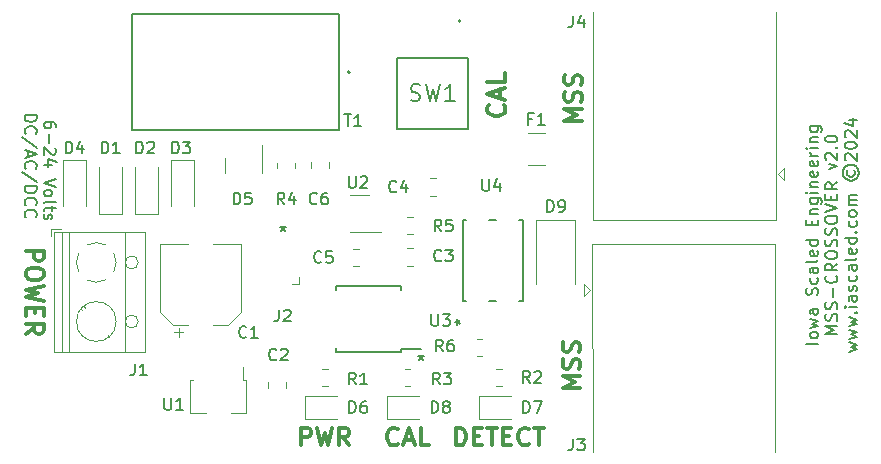
<source format=gto>
G04 #@! TF.GenerationSoftware,KiCad,Pcbnew,6.0.2+dfsg-1*
G04 #@! TF.CreationDate,2024-04-05T20:58:32-06:00*
G04 #@! TF.ProjectId,mss-crossover,6d73732d-6372-46f7-9373-6f7665722e6b,rev?*
G04 #@! TF.SameCoordinates,Original*
G04 #@! TF.FileFunction,Legend,Top*
G04 #@! TF.FilePolarity,Positive*
%FSLAX46Y46*%
G04 Gerber Fmt 4.6, Leading zero omitted, Abs format (unit mm)*
G04 Created by KiCad (PCBNEW 6.0.2+dfsg-1) date 2024-04-05 20:58:32*
%MOMM*%
%LPD*%
G01*
G04 APERTURE LIST*
%ADD10C,0.300000*%
%ADD11C,0.304800*%
%ADD12C,0.152400*%
%ADD13C,0.150000*%
%ADD14C,0.120000*%
%ADD15C,0.127000*%
%ADD16C,0.200000*%
G04 APERTURE END LIST*
D10*
X49816000Y-190797571D02*
X49816000Y-189297571D01*
X50387428Y-189297571D01*
X50530285Y-189369000D01*
X50601714Y-189440428D01*
X50673142Y-189583285D01*
X50673142Y-189797571D01*
X50601714Y-189940428D01*
X50530285Y-190011857D01*
X50387428Y-190083285D01*
X49816000Y-190083285D01*
X51173142Y-189297571D02*
X51530285Y-190797571D01*
X51816000Y-189726142D01*
X52101714Y-190797571D01*
X52458857Y-189297571D01*
X53887428Y-190797571D02*
X53387428Y-190083285D01*
X53030285Y-190797571D02*
X53030285Y-189297571D01*
X53601714Y-189297571D01*
X53744571Y-189369000D01*
X53816000Y-189440428D01*
X53887428Y-189583285D01*
X53887428Y-189797571D01*
X53816000Y-189940428D01*
X53744571Y-190011857D01*
X53601714Y-190083285D01*
X53030285Y-190083285D01*
X73449571Y-185951571D02*
X71949571Y-185951571D01*
X73021000Y-185451571D01*
X71949571Y-184951571D01*
X73449571Y-184951571D01*
X73378142Y-184308714D02*
X73449571Y-184094428D01*
X73449571Y-183737285D01*
X73378142Y-183594428D01*
X73306714Y-183523000D01*
X73163857Y-183451571D01*
X73021000Y-183451571D01*
X72878142Y-183523000D01*
X72806714Y-183594428D01*
X72735285Y-183737285D01*
X72663857Y-184023000D01*
X72592428Y-184165857D01*
X72521000Y-184237285D01*
X72378142Y-184308714D01*
X72235285Y-184308714D01*
X72092428Y-184237285D01*
X72021000Y-184165857D01*
X71949571Y-184023000D01*
X71949571Y-183665857D01*
X72021000Y-183451571D01*
X73378142Y-182880142D02*
X73449571Y-182665857D01*
X73449571Y-182308714D01*
X73378142Y-182165857D01*
X73306714Y-182094428D01*
X73163857Y-182023000D01*
X73021000Y-182023000D01*
X72878142Y-182094428D01*
X72806714Y-182165857D01*
X72735285Y-182308714D01*
X72663857Y-182594428D01*
X72592428Y-182737285D01*
X72521000Y-182808714D01*
X72378142Y-182880142D01*
X72235285Y-182880142D01*
X72092428Y-182808714D01*
X72021000Y-182737285D01*
X71949571Y-182594428D01*
X71949571Y-182237285D01*
X72021000Y-182023000D01*
X26499428Y-174335714D02*
X27999428Y-174335714D01*
X27999428Y-174907142D01*
X27928000Y-175050000D01*
X27856571Y-175121428D01*
X27713714Y-175192857D01*
X27499428Y-175192857D01*
X27356571Y-175121428D01*
X27285142Y-175050000D01*
X27213714Y-174907142D01*
X27213714Y-174335714D01*
X27999428Y-176121428D02*
X27999428Y-176407142D01*
X27928000Y-176550000D01*
X27785142Y-176692857D01*
X27499428Y-176764285D01*
X26999428Y-176764285D01*
X26713714Y-176692857D01*
X26570857Y-176550000D01*
X26499428Y-176407142D01*
X26499428Y-176121428D01*
X26570857Y-175978571D01*
X26713714Y-175835714D01*
X26999428Y-175764285D01*
X27499428Y-175764285D01*
X27785142Y-175835714D01*
X27928000Y-175978571D01*
X27999428Y-176121428D01*
X27999428Y-177264285D02*
X26499428Y-177621428D01*
X27570857Y-177907142D01*
X26499428Y-178192857D01*
X27999428Y-178550000D01*
X27285142Y-179121428D02*
X27285142Y-179621428D01*
X26499428Y-179835714D02*
X26499428Y-179121428D01*
X27999428Y-179121428D01*
X27999428Y-179835714D01*
X26499428Y-181335714D02*
X27213714Y-180835714D01*
X26499428Y-180478571D02*
X27999428Y-180478571D01*
X27999428Y-181050000D01*
X27928000Y-181192857D01*
X27856571Y-181264285D01*
X27713714Y-181335714D01*
X27499428Y-181335714D01*
X27356571Y-181264285D01*
X27285142Y-181192857D01*
X27213714Y-181050000D01*
X27213714Y-180478571D01*
X73576571Y-163345571D02*
X72076571Y-163345571D01*
X73148000Y-162845571D01*
X72076571Y-162345571D01*
X73576571Y-162345571D01*
X73505142Y-161702714D02*
X73576571Y-161488428D01*
X73576571Y-161131285D01*
X73505142Y-160988428D01*
X73433714Y-160917000D01*
X73290857Y-160845571D01*
X73148000Y-160845571D01*
X73005142Y-160917000D01*
X72933714Y-160988428D01*
X72862285Y-161131285D01*
X72790857Y-161417000D01*
X72719428Y-161559857D01*
X72648000Y-161631285D01*
X72505142Y-161702714D01*
X72362285Y-161702714D01*
X72219428Y-161631285D01*
X72148000Y-161559857D01*
X72076571Y-161417000D01*
X72076571Y-161059857D01*
X72148000Y-160845571D01*
X73505142Y-160274142D02*
X73576571Y-160059857D01*
X73576571Y-159702714D01*
X73505142Y-159559857D01*
X73433714Y-159488428D01*
X73290857Y-159417000D01*
X73148000Y-159417000D01*
X73005142Y-159488428D01*
X72933714Y-159559857D01*
X72862285Y-159702714D01*
X72790857Y-159988428D01*
X72719428Y-160131285D01*
X72648000Y-160202714D01*
X72505142Y-160274142D01*
X72362285Y-160274142D01*
X72219428Y-160202714D01*
X72148000Y-160131285D01*
X72076571Y-159988428D01*
X72076571Y-159631285D01*
X72148000Y-159417000D01*
D11*
X66965285Y-161961285D02*
X67037857Y-162033857D01*
X67110428Y-162251571D01*
X67110428Y-162396714D01*
X67037857Y-162614428D01*
X66892714Y-162759571D01*
X66747571Y-162832142D01*
X66457285Y-162904714D01*
X66239571Y-162904714D01*
X65949285Y-162832142D01*
X65804142Y-162759571D01*
X65659000Y-162614428D01*
X65586428Y-162396714D01*
X65586428Y-162251571D01*
X65659000Y-162033857D01*
X65731571Y-161961285D01*
X66675000Y-161380714D02*
X66675000Y-160655000D01*
X67110428Y-161525857D02*
X65586428Y-161017857D01*
X67110428Y-160509857D01*
X67110428Y-159276142D02*
X67110428Y-160001857D01*
X65586428Y-160001857D01*
D12*
X93565859Y-182166380D02*
X92549859Y-182166380D01*
X93565859Y-181537428D02*
X93517478Y-181634190D01*
X93469097Y-181682571D01*
X93372335Y-181730952D01*
X93082049Y-181730952D01*
X92985287Y-181682571D01*
X92936906Y-181634190D01*
X92888525Y-181537428D01*
X92888525Y-181392285D01*
X92936906Y-181295523D01*
X92985287Y-181247142D01*
X93082049Y-181198761D01*
X93372335Y-181198761D01*
X93469097Y-181247142D01*
X93517478Y-181295523D01*
X93565859Y-181392285D01*
X93565859Y-181537428D01*
X92888525Y-180860095D02*
X93565859Y-180666571D01*
X93082049Y-180473047D01*
X93565859Y-180279523D01*
X92888525Y-180086000D01*
X93565859Y-179263523D02*
X93033668Y-179263523D01*
X92936906Y-179311904D01*
X92888525Y-179408666D01*
X92888525Y-179602190D01*
X92936906Y-179698952D01*
X93517478Y-179263523D02*
X93565859Y-179360285D01*
X93565859Y-179602190D01*
X93517478Y-179698952D01*
X93420716Y-179747333D01*
X93323954Y-179747333D01*
X93227192Y-179698952D01*
X93178811Y-179602190D01*
X93178811Y-179360285D01*
X93130430Y-179263523D01*
X93517478Y-178054000D02*
X93565859Y-177908857D01*
X93565859Y-177666952D01*
X93517478Y-177570190D01*
X93469097Y-177521809D01*
X93372335Y-177473428D01*
X93275573Y-177473428D01*
X93178811Y-177521809D01*
X93130430Y-177570190D01*
X93082049Y-177666952D01*
X93033668Y-177860476D01*
X92985287Y-177957238D01*
X92936906Y-178005619D01*
X92840144Y-178054000D01*
X92743382Y-178054000D01*
X92646620Y-178005619D01*
X92598240Y-177957238D01*
X92549859Y-177860476D01*
X92549859Y-177618571D01*
X92598240Y-177473428D01*
X93517478Y-176602571D02*
X93565859Y-176699333D01*
X93565859Y-176892857D01*
X93517478Y-176989619D01*
X93469097Y-177038000D01*
X93372335Y-177086380D01*
X93082049Y-177086380D01*
X92985287Y-177038000D01*
X92936906Y-176989619D01*
X92888525Y-176892857D01*
X92888525Y-176699333D01*
X92936906Y-176602571D01*
X93565859Y-175731714D02*
X93033668Y-175731714D01*
X92936906Y-175780095D01*
X92888525Y-175876857D01*
X92888525Y-176070380D01*
X92936906Y-176167142D01*
X93517478Y-175731714D02*
X93565859Y-175828476D01*
X93565859Y-176070380D01*
X93517478Y-176167142D01*
X93420716Y-176215523D01*
X93323954Y-176215523D01*
X93227192Y-176167142D01*
X93178811Y-176070380D01*
X93178811Y-175828476D01*
X93130430Y-175731714D01*
X93565859Y-175102761D02*
X93517478Y-175199523D01*
X93420716Y-175247904D01*
X92549859Y-175247904D01*
X93517478Y-174328666D02*
X93565859Y-174425428D01*
X93565859Y-174618952D01*
X93517478Y-174715714D01*
X93420716Y-174764095D01*
X93033668Y-174764095D01*
X92936906Y-174715714D01*
X92888525Y-174618952D01*
X92888525Y-174425428D01*
X92936906Y-174328666D01*
X93033668Y-174280285D01*
X93130430Y-174280285D01*
X93227192Y-174764095D01*
X93565859Y-173409428D02*
X92549859Y-173409428D01*
X93517478Y-173409428D02*
X93565859Y-173506190D01*
X93565859Y-173699714D01*
X93517478Y-173796476D01*
X93469097Y-173844857D01*
X93372335Y-173893238D01*
X93082049Y-173893238D01*
X92985287Y-173844857D01*
X92936906Y-173796476D01*
X92888525Y-173699714D01*
X92888525Y-173506190D01*
X92936906Y-173409428D01*
X93033668Y-172151523D02*
X93033668Y-171812857D01*
X93565859Y-171667714D02*
X93565859Y-172151523D01*
X92549859Y-172151523D01*
X92549859Y-171667714D01*
X92888525Y-171232285D02*
X93565859Y-171232285D01*
X92985287Y-171232285D02*
X92936906Y-171183904D01*
X92888525Y-171087142D01*
X92888525Y-170942000D01*
X92936906Y-170845238D01*
X93033668Y-170796857D01*
X93565859Y-170796857D01*
X92888525Y-169877619D02*
X93711001Y-169877619D01*
X93807763Y-169926000D01*
X93856144Y-169974380D01*
X93904525Y-170071142D01*
X93904525Y-170216285D01*
X93856144Y-170313047D01*
X93517478Y-169877619D02*
X93565859Y-169974380D01*
X93565859Y-170167904D01*
X93517478Y-170264666D01*
X93469097Y-170313047D01*
X93372335Y-170361428D01*
X93082049Y-170361428D01*
X92985287Y-170313047D01*
X92936906Y-170264666D01*
X92888525Y-170167904D01*
X92888525Y-169974380D01*
X92936906Y-169877619D01*
X93565859Y-169393809D02*
X92888525Y-169393809D01*
X92549859Y-169393809D02*
X92598240Y-169442190D01*
X92646620Y-169393809D01*
X92598240Y-169345428D01*
X92549859Y-169393809D01*
X92646620Y-169393809D01*
X92888525Y-168910000D02*
X93565859Y-168910000D01*
X92985287Y-168910000D02*
X92936906Y-168861619D01*
X92888525Y-168764857D01*
X92888525Y-168619714D01*
X92936906Y-168522952D01*
X93033668Y-168474571D01*
X93565859Y-168474571D01*
X93517478Y-167603714D02*
X93565859Y-167700476D01*
X93565859Y-167894000D01*
X93517478Y-167990761D01*
X93420716Y-168039142D01*
X93033668Y-168039142D01*
X92936906Y-167990761D01*
X92888525Y-167894000D01*
X92888525Y-167700476D01*
X92936906Y-167603714D01*
X93033668Y-167555333D01*
X93130430Y-167555333D01*
X93227192Y-168039142D01*
X93517478Y-166732857D02*
X93565859Y-166829619D01*
X93565859Y-167023142D01*
X93517478Y-167119904D01*
X93420716Y-167168285D01*
X93033668Y-167168285D01*
X92936906Y-167119904D01*
X92888525Y-167023142D01*
X92888525Y-166829619D01*
X92936906Y-166732857D01*
X93033668Y-166684476D01*
X93130430Y-166684476D01*
X93227192Y-167168285D01*
X93565859Y-166249047D02*
X92888525Y-166249047D01*
X93082049Y-166249047D02*
X92985287Y-166200666D01*
X92936906Y-166152285D01*
X92888525Y-166055523D01*
X92888525Y-165958761D01*
X93565859Y-165620095D02*
X92888525Y-165620095D01*
X92549859Y-165620095D02*
X92598240Y-165668476D01*
X92646620Y-165620095D01*
X92598240Y-165571714D01*
X92549859Y-165620095D01*
X92646620Y-165620095D01*
X92888525Y-165136285D02*
X93565859Y-165136285D01*
X92985287Y-165136285D02*
X92936906Y-165087904D01*
X92888525Y-164991142D01*
X92888525Y-164846000D01*
X92936906Y-164749238D01*
X93033668Y-164700857D01*
X93565859Y-164700857D01*
X92888525Y-163781619D02*
X93711001Y-163781619D01*
X93807763Y-163830000D01*
X93856144Y-163878380D01*
X93904525Y-163975142D01*
X93904525Y-164120285D01*
X93856144Y-164217047D01*
X93517478Y-163781619D02*
X93565859Y-163878380D01*
X93565859Y-164071904D01*
X93517478Y-164168666D01*
X93469097Y-164217047D01*
X93372335Y-164265428D01*
X93082049Y-164265428D01*
X92985287Y-164217047D01*
X92936906Y-164168666D01*
X92888525Y-164071904D01*
X92888525Y-163878380D01*
X92936906Y-163781619D01*
X95201619Y-181343904D02*
X94185619Y-181343904D01*
X94911333Y-181005238D01*
X94185619Y-180666571D01*
X95201619Y-180666571D01*
X95153238Y-180231142D02*
X95201619Y-180086000D01*
X95201619Y-179844095D01*
X95153238Y-179747333D01*
X95104857Y-179698952D01*
X95008095Y-179650571D01*
X94911333Y-179650571D01*
X94814571Y-179698952D01*
X94766190Y-179747333D01*
X94717809Y-179844095D01*
X94669428Y-180037619D01*
X94621047Y-180134380D01*
X94572666Y-180182761D01*
X94475904Y-180231142D01*
X94379142Y-180231142D01*
X94282380Y-180182761D01*
X94234000Y-180134380D01*
X94185619Y-180037619D01*
X94185619Y-179795714D01*
X94234000Y-179650571D01*
X95153238Y-179263523D02*
X95201619Y-179118380D01*
X95201619Y-178876476D01*
X95153238Y-178779714D01*
X95104857Y-178731333D01*
X95008095Y-178682952D01*
X94911333Y-178682952D01*
X94814571Y-178731333D01*
X94766190Y-178779714D01*
X94717809Y-178876476D01*
X94669428Y-179070000D01*
X94621047Y-179166761D01*
X94572666Y-179215142D01*
X94475904Y-179263523D01*
X94379142Y-179263523D01*
X94282380Y-179215142D01*
X94234000Y-179166761D01*
X94185619Y-179070000D01*
X94185619Y-178828095D01*
X94234000Y-178682952D01*
X94814571Y-178247523D02*
X94814571Y-177473428D01*
X95104857Y-176409047D02*
X95153238Y-176457428D01*
X95201619Y-176602571D01*
X95201619Y-176699333D01*
X95153238Y-176844476D01*
X95056476Y-176941238D01*
X94959714Y-176989619D01*
X94766190Y-177038000D01*
X94621047Y-177038000D01*
X94427523Y-176989619D01*
X94330761Y-176941238D01*
X94234000Y-176844476D01*
X94185619Y-176699333D01*
X94185619Y-176602571D01*
X94234000Y-176457428D01*
X94282380Y-176409047D01*
X95201619Y-175393047D02*
X94717809Y-175731714D01*
X95201619Y-175973619D02*
X94185619Y-175973619D01*
X94185619Y-175586571D01*
X94234000Y-175489809D01*
X94282380Y-175441428D01*
X94379142Y-175393047D01*
X94524285Y-175393047D01*
X94621047Y-175441428D01*
X94669428Y-175489809D01*
X94717809Y-175586571D01*
X94717809Y-175973619D01*
X94185619Y-174764095D02*
X94185619Y-174570571D01*
X94234000Y-174473809D01*
X94330761Y-174377047D01*
X94524285Y-174328666D01*
X94862952Y-174328666D01*
X95056476Y-174377047D01*
X95153238Y-174473809D01*
X95201619Y-174570571D01*
X95201619Y-174764095D01*
X95153238Y-174860857D01*
X95056476Y-174957619D01*
X94862952Y-175006000D01*
X94524285Y-175006000D01*
X94330761Y-174957619D01*
X94234000Y-174860857D01*
X94185619Y-174764095D01*
X95153238Y-173941619D02*
X95201619Y-173796476D01*
X95201619Y-173554571D01*
X95153238Y-173457809D01*
X95104857Y-173409428D01*
X95008095Y-173361047D01*
X94911333Y-173361047D01*
X94814571Y-173409428D01*
X94766190Y-173457809D01*
X94717809Y-173554571D01*
X94669428Y-173748095D01*
X94621047Y-173844857D01*
X94572666Y-173893238D01*
X94475904Y-173941619D01*
X94379142Y-173941619D01*
X94282380Y-173893238D01*
X94234000Y-173844857D01*
X94185619Y-173748095D01*
X94185619Y-173506190D01*
X94234000Y-173361047D01*
X95153238Y-172974000D02*
X95201619Y-172828857D01*
X95201619Y-172586952D01*
X95153238Y-172490190D01*
X95104857Y-172441809D01*
X95008095Y-172393428D01*
X94911333Y-172393428D01*
X94814571Y-172441809D01*
X94766190Y-172490190D01*
X94717809Y-172586952D01*
X94669428Y-172780476D01*
X94621047Y-172877238D01*
X94572666Y-172925619D01*
X94475904Y-172974000D01*
X94379142Y-172974000D01*
X94282380Y-172925619D01*
X94234000Y-172877238D01*
X94185619Y-172780476D01*
X94185619Y-172538571D01*
X94234000Y-172393428D01*
X94185619Y-171764476D02*
X94185619Y-171570952D01*
X94234000Y-171474190D01*
X94330761Y-171377428D01*
X94524285Y-171329047D01*
X94862952Y-171329047D01*
X95056476Y-171377428D01*
X95153238Y-171474190D01*
X95201619Y-171570952D01*
X95201619Y-171764476D01*
X95153238Y-171861238D01*
X95056476Y-171958000D01*
X94862952Y-172006380D01*
X94524285Y-172006380D01*
X94330761Y-171958000D01*
X94234000Y-171861238D01*
X94185619Y-171764476D01*
X94185619Y-171038761D02*
X95201619Y-170700095D01*
X94185619Y-170361428D01*
X94669428Y-170022761D02*
X94669428Y-169684095D01*
X95201619Y-169538952D02*
X95201619Y-170022761D01*
X94185619Y-170022761D01*
X94185619Y-169538952D01*
X95201619Y-168522952D02*
X94717809Y-168861619D01*
X95201619Y-169103523D02*
X94185619Y-169103523D01*
X94185619Y-168716476D01*
X94234000Y-168619714D01*
X94282380Y-168571333D01*
X94379142Y-168522952D01*
X94524285Y-168522952D01*
X94621047Y-168571333D01*
X94669428Y-168619714D01*
X94717809Y-168716476D01*
X94717809Y-169103523D01*
X94524285Y-167410190D02*
X95201619Y-167168285D01*
X94524285Y-166926380D01*
X94282380Y-166587714D02*
X94234000Y-166539333D01*
X94185619Y-166442571D01*
X94185619Y-166200666D01*
X94234000Y-166103904D01*
X94282380Y-166055523D01*
X94379142Y-166007142D01*
X94475904Y-166007142D01*
X94621047Y-166055523D01*
X95201619Y-166636095D01*
X95201619Y-166007142D01*
X95104857Y-165571714D02*
X95153238Y-165523333D01*
X95201619Y-165571714D01*
X95153238Y-165620095D01*
X95104857Y-165571714D01*
X95201619Y-165571714D01*
X94185619Y-164894380D02*
X94185619Y-164797619D01*
X94234000Y-164700857D01*
X94282380Y-164652476D01*
X94379142Y-164604095D01*
X94572666Y-164555714D01*
X94814571Y-164555714D01*
X95008095Y-164604095D01*
X95104857Y-164652476D01*
X95153238Y-164700857D01*
X95201619Y-164797619D01*
X95201619Y-164894380D01*
X95153238Y-164991142D01*
X95104857Y-165039523D01*
X95008095Y-165087904D01*
X94814571Y-165136285D01*
X94572666Y-165136285D01*
X94379142Y-165087904D01*
X94282380Y-165039523D01*
X94234000Y-164991142D01*
X94185619Y-164894380D01*
X96160045Y-182843714D02*
X96837379Y-182650190D01*
X96353569Y-182456666D01*
X96837379Y-182263142D01*
X96160045Y-182069619D01*
X96160045Y-181779333D02*
X96837379Y-181585809D01*
X96353569Y-181392285D01*
X96837379Y-181198761D01*
X96160045Y-181005238D01*
X96160045Y-180714952D02*
X96837379Y-180521428D01*
X96353569Y-180327904D01*
X96837379Y-180134380D01*
X96160045Y-179940857D01*
X96740617Y-179553809D02*
X96788998Y-179505428D01*
X96837379Y-179553809D01*
X96788998Y-179602190D01*
X96740617Y-179553809D01*
X96837379Y-179553809D01*
X96837379Y-179070000D02*
X96160045Y-179070000D01*
X95821379Y-179070000D02*
X95869760Y-179118380D01*
X95918140Y-179070000D01*
X95869760Y-179021619D01*
X95821379Y-179070000D01*
X95918140Y-179070000D01*
X96837379Y-178150761D02*
X96305188Y-178150761D01*
X96208426Y-178199142D01*
X96160045Y-178295904D01*
X96160045Y-178489428D01*
X96208426Y-178586190D01*
X96788998Y-178150761D02*
X96837379Y-178247523D01*
X96837379Y-178489428D01*
X96788998Y-178586190D01*
X96692236Y-178634571D01*
X96595474Y-178634571D01*
X96498712Y-178586190D01*
X96450331Y-178489428D01*
X96450331Y-178247523D01*
X96401950Y-178150761D01*
X96788998Y-177715333D02*
X96837379Y-177618571D01*
X96837379Y-177425047D01*
X96788998Y-177328285D01*
X96692236Y-177279904D01*
X96643855Y-177279904D01*
X96547093Y-177328285D01*
X96498712Y-177425047D01*
X96498712Y-177570190D01*
X96450331Y-177666952D01*
X96353569Y-177715333D01*
X96305188Y-177715333D01*
X96208426Y-177666952D01*
X96160045Y-177570190D01*
X96160045Y-177425047D01*
X96208426Y-177328285D01*
X96788998Y-176409047D02*
X96837379Y-176505809D01*
X96837379Y-176699333D01*
X96788998Y-176796095D01*
X96740617Y-176844476D01*
X96643855Y-176892857D01*
X96353569Y-176892857D01*
X96256807Y-176844476D01*
X96208426Y-176796095D01*
X96160045Y-176699333D01*
X96160045Y-176505809D01*
X96208426Y-176409047D01*
X96837379Y-175538190D02*
X96305188Y-175538190D01*
X96208426Y-175586571D01*
X96160045Y-175683333D01*
X96160045Y-175876857D01*
X96208426Y-175973619D01*
X96788998Y-175538190D02*
X96837379Y-175634952D01*
X96837379Y-175876857D01*
X96788998Y-175973619D01*
X96692236Y-176022000D01*
X96595474Y-176022000D01*
X96498712Y-175973619D01*
X96450331Y-175876857D01*
X96450331Y-175634952D01*
X96401950Y-175538190D01*
X96837379Y-174909238D02*
X96788998Y-175006000D01*
X96692236Y-175054380D01*
X95821379Y-175054380D01*
X96788998Y-174135142D02*
X96837379Y-174231904D01*
X96837379Y-174425428D01*
X96788998Y-174522190D01*
X96692236Y-174570571D01*
X96305188Y-174570571D01*
X96208426Y-174522190D01*
X96160045Y-174425428D01*
X96160045Y-174231904D01*
X96208426Y-174135142D01*
X96305188Y-174086761D01*
X96401950Y-174086761D01*
X96498712Y-174570571D01*
X96837379Y-173215904D02*
X95821379Y-173215904D01*
X96788998Y-173215904D02*
X96837379Y-173312666D01*
X96837379Y-173506190D01*
X96788998Y-173602952D01*
X96740617Y-173651333D01*
X96643855Y-173699714D01*
X96353569Y-173699714D01*
X96256807Y-173651333D01*
X96208426Y-173602952D01*
X96160045Y-173506190D01*
X96160045Y-173312666D01*
X96208426Y-173215904D01*
X96740617Y-172732095D02*
X96788998Y-172683714D01*
X96837379Y-172732095D01*
X96788998Y-172780476D01*
X96740617Y-172732095D01*
X96837379Y-172732095D01*
X96788998Y-171812857D02*
X96837379Y-171909619D01*
X96837379Y-172103142D01*
X96788998Y-172199904D01*
X96740617Y-172248285D01*
X96643855Y-172296666D01*
X96353569Y-172296666D01*
X96256807Y-172248285D01*
X96208426Y-172199904D01*
X96160045Y-172103142D01*
X96160045Y-171909619D01*
X96208426Y-171812857D01*
X96837379Y-171232285D02*
X96788998Y-171329047D01*
X96740617Y-171377428D01*
X96643855Y-171425809D01*
X96353569Y-171425809D01*
X96256807Y-171377428D01*
X96208426Y-171329047D01*
X96160045Y-171232285D01*
X96160045Y-171087142D01*
X96208426Y-170990380D01*
X96256807Y-170942000D01*
X96353569Y-170893619D01*
X96643855Y-170893619D01*
X96740617Y-170942000D01*
X96788998Y-170990380D01*
X96837379Y-171087142D01*
X96837379Y-171232285D01*
X96837379Y-170458190D02*
X96160045Y-170458190D01*
X96256807Y-170458190D02*
X96208426Y-170409809D01*
X96160045Y-170313047D01*
X96160045Y-170167904D01*
X96208426Y-170071142D01*
X96305188Y-170022761D01*
X96837379Y-170022761D01*
X96305188Y-170022761D02*
X96208426Y-169974380D01*
X96160045Y-169877619D01*
X96160045Y-169732476D01*
X96208426Y-169635714D01*
X96305188Y-169587333D01*
X96837379Y-169587333D01*
X96063283Y-167506952D02*
X96014902Y-167603714D01*
X96014902Y-167797238D01*
X96063283Y-167894000D01*
X96160045Y-167990761D01*
X96256807Y-168039142D01*
X96450331Y-168039142D01*
X96547093Y-167990761D01*
X96643855Y-167894000D01*
X96692236Y-167797238D01*
X96692236Y-167603714D01*
X96643855Y-167506952D01*
X95676236Y-167700476D02*
X95724617Y-167942380D01*
X95869760Y-168184285D01*
X96111664Y-168329428D01*
X96353569Y-168377809D01*
X96595474Y-168329428D01*
X96837379Y-168184285D01*
X96982521Y-167942380D01*
X97030902Y-167700476D01*
X96982521Y-167458571D01*
X96837379Y-167216666D01*
X96595474Y-167071523D01*
X96353569Y-167023142D01*
X96111664Y-167071523D01*
X95869760Y-167216666D01*
X95724617Y-167458571D01*
X95676236Y-167700476D01*
X95918140Y-166636095D02*
X95869760Y-166587714D01*
X95821379Y-166490952D01*
X95821379Y-166249047D01*
X95869760Y-166152285D01*
X95918140Y-166103904D01*
X96014902Y-166055523D01*
X96111664Y-166055523D01*
X96256807Y-166103904D01*
X96837379Y-166684476D01*
X96837379Y-166055523D01*
X95821379Y-165426571D02*
X95821379Y-165329809D01*
X95869760Y-165233047D01*
X95918140Y-165184666D01*
X96014902Y-165136285D01*
X96208426Y-165087904D01*
X96450331Y-165087904D01*
X96643855Y-165136285D01*
X96740617Y-165184666D01*
X96788998Y-165233047D01*
X96837379Y-165329809D01*
X96837379Y-165426571D01*
X96788998Y-165523333D01*
X96740617Y-165571714D01*
X96643855Y-165620095D01*
X96450331Y-165668476D01*
X96208426Y-165668476D01*
X96014902Y-165620095D01*
X95918140Y-165571714D01*
X95869760Y-165523333D01*
X95821379Y-165426571D01*
X95918140Y-164700857D02*
X95869760Y-164652476D01*
X95821379Y-164555714D01*
X95821379Y-164313809D01*
X95869760Y-164217047D01*
X95918140Y-164168666D01*
X96014902Y-164120285D01*
X96111664Y-164120285D01*
X96256807Y-164168666D01*
X96837379Y-164749238D01*
X96837379Y-164120285D01*
X96160045Y-163249428D02*
X96837379Y-163249428D01*
X95772998Y-163491333D02*
X96498712Y-163733238D01*
X96498712Y-163104285D01*
D10*
X58015285Y-190654714D02*
X57943857Y-190726142D01*
X57729571Y-190797571D01*
X57586714Y-190797571D01*
X57372428Y-190726142D01*
X57229571Y-190583285D01*
X57158142Y-190440428D01*
X57086714Y-190154714D01*
X57086714Y-189940428D01*
X57158142Y-189654714D01*
X57229571Y-189511857D01*
X57372428Y-189369000D01*
X57586714Y-189297571D01*
X57729571Y-189297571D01*
X57943857Y-189369000D01*
X58015285Y-189440428D01*
X58586714Y-190369000D02*
X59301000Y-190369000D01*
X58443857Y-190797571D02*
X58943857Y-189297571D01*
X59443857Y-190797571D01*
X60658142Y-190797571D02*
X59943857Y-190797571D01*
X59943857Y-189297571D01*
D12*
X29060260Y-163860238D02*
X29060260Y-163666714D01*
X29011880Y-163569952D01*
X28963499Y-163521571D01*
X28818356Y-163424809D01*
X28624832Y-163376428D01*
X28237784Y-163376428D01*
X28141022Y-163424809D01*
X28092641Y-163473190D01*
X28044260Y-163569952D01*
X28044260Y-163763476D01*
X28092641Y-163860238D01*
X28141022Y-163908619D01*
X28237784Y-163957000D01*
X28479689Y-163957000D01*
X28576451Y-163908619D01*
X28624832Y-163860238D01*
X28673213Y-163763476D01*
X28673213Y-163569952D01*
X28624832Y-163473190D01*
X28576451Y-163424809D01*
X28479689Y-163376428D01*
X28431308Y-164392428D02*
X28431308Y-165166523D01*
X28963499Y-165601952D02*
X29011880Y-165650333D01*
X29060260Y-165747095D01*
X29060260Y-165989000D01*
X29011880Y-166085761D01*
X28963499Y-166134142D01*
X28866737Y-166182523D01*
X28769975Y-166182523D01*
X28624832Y-166134142D01*
X28044260Y-165553571D01*
X28044260Y-166182523D01*
X28721594Y-167053380D02*
X28044260Y-167053380D01*
X29108641Y-166811476D02*
X28382927Y-166569571D01*
X28382927Y-167198523D01*
X29060260Y-168214523D02*
X28044260Y-168553190D01*
X29060260Y-168891857D01*
X28044260Y-169375666D02*
X28092641Y-169278904D01*
X28141022Y-169230523D01*
X28237784Y-169182142D01*
X28528070Y-169182142D01*
X28624832Y-169230523D01*
X28673213Y-169278904D01*
X28721594Y-169375666D01*
X28721594Y-169520809D01*
X28673213Y-169617571D01*
X28624832Y-169665952D01*
X28528070Y-169714333D01*
X28237784Y-169714333D01*
X28141022Y-169665952D01*
X28092641Y-169617571D01*
X28044260Y-169520809D01*
X28044260Y-169375666D01*
X28044260Y-170294904D02*
X28092641Y-170198142D01*
X28189403Y-170149761D01*
X29060260Y-170149761D01*
X28721594Y-170536809D02*
X28721594Y-170923857D01*
X29060260Y-170681952D02*
X28189403Y-170681952D01*
X28092641Y-170730333D01*
X28044260Y-170827095D01*
X28044260Y-170923857D01*
X28092641Y-171214142D02*
X28044260Y-171310904D01*
X28044260Y-171504428D01*
X28092641Y-171601190D01*
X28189403Y-171649571D01*
X28237784Y-171649571D01*
X28334546Y-171601190D01*
X28382927Y-171504428D01*
X28382927Y-171359285D01*
X28431308Y-171262523D01*
X28528070Y-171214142D01*
X28576451Y-171214142D01*
X28673213Y-171262523D01*
X28721594Y-171359285D01*
X28721594Y-171504428D01*
X28673213Y-171601190D01*
X26408500Y-162820047D02*
X27424500Y-162820047D01*
X27424500Y-163061952D01*
X27376120Y-163207095D01*
X27279358Y-163303857D01*
X27182596Y-163352238D01*
X26989072Y-163400619D01*
X26843929Y-163400619D01*
X26650405Y-163352238D01*
X26553643Y-163303857D01*
X26456881Y-163207095D01*
X26408500Y-163061952D01*
X26408500Y-162820047D01*
X26505262Y-164416619D02*
X26456881Y-164368238D01*
X26408500Y-164223095D01*
X26408500Y-164126333D01*
X26456881Y-163981190D01*
X26553643Y-163884428D01*
X26650405Y-163836047D01*
X26843929Y-163787666D01*
X26989072Y-163787666D01*
X27182596Y-163836047D01*
X27279358Y-163884428D01*
X27376120Y-163981190D01*
X27424500Y-164126333D01*
X27424500Y-164223095D01*
X27376120Y-164368238D01*
X27327739Y-164416619D01*
X27472881Y-165577761D02*
X26166596Y-164706904D01*
X26698786Y-165868047D02*
X26698786Y-166351857D01*
X26408500Y-165771285D02*
X27424500Y-166109952D01*
X26408500Y-166448619D01*
X26505262Y-167367857D02*
X26456881Y-167319476D01*
X26408500Y-167174333D01*
X26408500Y-167077571D01*
X26456881Y-166932428D01*
X26553643Y-166835666D01*
X26650405Y-166787285D01*
X26843929Y-166738904D01*
X26989072Y-166738904D01*
X27182596Y-166787285D01*
X27279358Y-166835666D01*
X27376120Y-166932428D01*
X27424500Y-167077571D01*
X27424500Y-167174333D01*
X27376120Y-167319476D01*
X27327739Y-167367857D01*
X27472881Y-168529000D02*
X26166596Y-167658142D01*
X26408500Y-168867666D02*
X27424500Y-168867666D01*
X27424500Y-169109571D01*
X27376120Y-169254714D01*
X27279358Y-169351476D01*
X27182596Y-169399857D01*
X26989072Y-169448238D01*
X26843929Y-169448238D01*
X26650405Y-169399857D01*
X26553643Y-169351476D01*
X26456881Y-169254714D01*
X26408500Y-169109571D01*
X26408500Y-168867666D01*
X26505262Y-170464238D02*
X26456881Y-170415857D01*
X26408500Y-170270714D01*
X26408500Y-170173952D01*
X26456881Y-170028809D01*
X26553643Y-169932047D01*
X26650405Y-169883666D01*
X26843929Y-169835285D01*
X26989072Y-169835285D01*
X27182596Y-169883666D01*
X27279358Y-169932047D01*
X27376120Y-170028809D01*
X27424500Y-170173952D01*
X27424500Y-170270714D01*
X27376120Y-170415857D01*
X27327739Y-170464238D01*
X26505262Y-171480238D02*
X26456881Y-171431857D01*
X26408500Y-171286714D01*
X26408500Y-171189952D01*
X26456881Y-171044809D01*
X26553643Y-170948047D01*
X26650405Y-170899666D01*
X26843929Y-170851285D01*
X26989072Y-170851285D01*
X27182596Y-170899666D01*
X27279358Y-170948047D01*
X27376120Y-171044809D01*
X27424500Y-171189952D01*
X27424500Y-171286714D01*
X27376120Y-171431857D01*
X27327739Y-171480238D01*
D13*
X48260000Y-172172380D02*
X48260000Y-172410476D01*
X48021904Y-172315238D02*
X48260000Y-172410476D01*
X48498095Y-172315238D01*
X48117142Y-172600952D02*
X48260000Y-172410476D01*
X48402857Y-172600952D01*
X59944000Y-183094380D02*
X59944000Y-183332476D01*
X59705904Y-183237238D02*
X59944000Y-183332476D01*
X60182095Y-183237238D01*
X59801142Y-183522952D02*
X59944000Y-183332476D01*
X60086857Y-183522952D01*
D10*
X62905142Y-190797571D02*
X62905142Y-189297571D01*
X63262285Y-189297571D01*
X63476571Y-189369000D01*
X63619428Y-189511857D01*
X63690857Y-189654714D01*
X63762285Y-189940428D01*
X63762285Y-190154714D01*
X63690857Y-190440428D01*
X63619428Y-190583285D01*
X63476571Y-190726142D01*
X63262285Y-190797571D01*
X62905142Y-190797571D01*
X64405142Y-190011857D02*
X64905142Y-190011857D01*
X65119428Y-190797571D02*
X64405142Y-190797571D01*
X64405142Y-189297571D01*
X65119428Y-189297571D01*
X65548000Y-189297571D02*
X66405142Y-189297571D01*
X65976571Y-190797571D02*
X65976571Y-189297571D01*
X66905142Y-190011857D02*
X67405142Y-190011857D01*
X67619428Y-190797571D02*
X66905142Y-190797571D01*
X66905142Y-189297571D01*
X67619428Y-189297571D01*
X69119428Y-190654714D02*
X69048000Y-190726142D01*
X68833714Y-190797571D01*
X68690857Y-190797571D01*
X68476571Y-190726142D01*
X68333714Y-190583285D01*
X68262285Y-190440428D01*
X68190857Y-190154714D01*
X68190857Y-189940428D01*
X68262285Y-189654714D01*
X68333714Y-189511857D01*
X68476571Y-189369000D01*
X68690857Y-189297571D01*
X68833714Y-189297571D01*
X69048000Y-189369000D01*
X69119428Y-189440428D01*
X69548000Y-189297571D02*
X70405142Y-189297571D01*
X69976571Y-190797571D02*
X69976571Y-189297571D01*
D13*
X51522333Y-175236142D02*
X51474714Y-175283761D01*
X51331857Y-175331380D01*
X51236619Y-175331380D01*
X51093761Y-175283761D01*
X50998523Y-175188523D01*
X50950904Y-175093285D01*
X50903285Y-174902809D01*
X50903285Y-174759952D01*
X50950904Y-174569476D01*
X50998523Y-174474238D01*
X51093761Y-174379000D01*
X51236619Y-174331380D01*
X51331857Y-174331380D01*
X51474714Y-174379000D01*
X51522333Y-174426619D01*
X52427095Y-174331380D02*
X51950904Y-174331380D01*
X51903285Y-174807571D01*
X51950904Y-174759952D01*
X52046142Y-174712333D01*
X52284238Y-174712333D01*
X52379476Y-174759952D01*
X52427095Y-174807571D01*
X52474714Y-174902809D01*
X52474714Y-175140904D01*
X52427095Y-175236142D01*
X52379476Y-175283761D01*
X52284238Y-175331380D01*
X52046142Y-175331380D01*
X51950904Y-175283761D01*
X51903285Y-175236142D01*
X70635904Y-171013380D02*
X70635904Y-170013380D01*
X70874000Y-170013380D01*
X71016857Y-170061000D01*
X71112095Y-170156238D01*
X71159714Y-170251476D01*
X71207333Y-170441952D01*
X71207333Y-170584809D01*
X71159714Y-170775285D01*
X71112095Y-170870523D01*
X71016857Y-170965761D01*
X70874000Y-171013380D01*
X70635904Y-171013380D01*
X71683523Y-171013380D02*
X71874000Y-171013380D01*
X71969238Y-170965761D01*
X72016857Y-170918142D01*
X72112095Y-170775285D01*
X72159714Y-170584809D01*
X72159714Y-170203857D01*
X72112095Y-170108619D01*
X72064476Y-170061000D01*
X71969238Y-170013380D01*
X71778761Y-170013380D01*
X71683523Y-170061000D01*
X71635904Y-170108619D01*
X71588285Y-170203857D01*
X71588285Y-170441952D01*
X71635904Y-170537190D01*
X71683523Y-170584809D01*
X71778761Y-170632428D01*
X71969238Y-170632428D01*
X72064476Y-170584809D01*
X72112095Y-170537190D01*
X72159714Y-170441952D01*
X61555333Y-185618380D02*
X61222000Y-185142190D01*
X60983904Y-185618380D02*
X60983904Y-184618380D01*
X61364857Y-184618380D01*
X61460095Y-184666000D01*
X61507714Y-184713619D01*
X61555333Y-184808857D01*
X61555333Y-184951714D01*
X61507714Y-185046952D01*
X61460095Y-185094571D01*
X61364857Y-185142190D01*
X60983904Y-185142190D01*
X61888666Y-184618380D02*
X62507714Y-184618380D01*
X62174380Y-184999333D01*
X62317238Y-184999333D01*
X62412476Y-185046952D01*
X62460095Y-185094571D01*
X62507714Y-185189809D01*
X62507714Y-185427904D01*
X62460095Y-185523142D01*
X62412476Y-185570761D01*
X62317238Y-185618380D01*
X62031523Y-185618380D01*
X61936285Y-185570761D01*
X61888666Y-185523142D01*
X72818666Y-154392380D02*
X72818666Y-155106666D01*
X72771047Y-155249523D01*
X72675809Y-155344761D01*
X72532952Y-155392380D01*
X72437714Y-155392380D01*
X73723428Y-154725714D02*
X73723428Y-155392380D01*
X73485333Y-154344761D02*
X73247238Y-155059047D01*
X73866285Y-155059047D01*
X61809333Y-182824380D02*
X61476000Y-182348190D01*
X61237904Y-182824380D02*
X61237904Y-181824380D01*
X61618857Y-181824380D01*
X61714095Y-181872000D01*
X61761714Y-181919619D01*
X61809333Y-182014857D01*
X61809333Y-182157714D01*
X61761714Y-182252952D01*
X61714095Y-182300571D01*
X61618857Y-182348190D01*
X61237904Y-182348190D01*
X62666476Y-181824380D02*
X62476000Y-181824380D01*
X62380761Y-181872000D01*
X62333142Y-181919619D01*
X62237904Y-182062476D01*
X62190285Y-182252952D01*
X62190285Y-182633904D01*
X62237904Y-182729142D01*
X62285523Y-182776761D01*
X62380761Y-182824380D01*
X62571238Y-182824380D01*
X62666476Y-182776761D01*
X62714095Y-182729142D01*
X62761714Y-182633904D01*
X62761714Y-182395809D01*
X62714095Y-182300571D01*
X62666476Y-182252952D01*
X62571238Y-182205333D01*
X62380761Y-182205333D01*
X62285523Y-182252952D01*
X62237904Y-182300571D01*
X62190285Y-182395809D01*
X53871904Y-188031380D02*
X53871904Y-187031380D01*
X54110000Y-187031380D01*
X54252857Y-187079000D01*
X54348095Y-187174238D01*
X54395714Y-187269476D01*
X54443333Y-187459952D01*
X54443333Y-187602809D01*
X54395714Y-187793285D01*
X54348095Y-187888523D01*
X54252857Y-187983761D01*
X54110000Y-188031380D01*
X53871904Y-188031380D01*
X55300476Y-187031380D02*
X55110000Y-187031380D01*
X55014761Y-187079000D01*
X54967142Y-187126619D01*
X54871904Y-187269476D01*
X54824285Y-187459952D01*
X54824285Y-187840904D01*
X54871904Y-187936142D01*
X54919523Y-187983761D01*
X55014761Y-188031380D01*
X55205238Y-188031380D01*
X55300476Y-187983761D01*
X55348095Y-187936142D01*
X55395714Y-187840904D01*
X55395714Y-187602809D01*
X55348095Y-187507571D01*
X55300476Y-187459952D01*
X55205238Y-187412333D01*
X55014761Y-187412333D01*
X54919523Y-187459952D01*
X54871904Y-187507571D01*
X54824285Y-187602809D01*
X54443333Y-185618380D02*
X54110000Y-185142190D01*
X53871904Y-185618380D02*
X53871904Y-184618380D01*
X54252857Y-184618380D01*
X54348095Y-184666000D01*
X54395714Y-184713619D01*
X54443333Y-184808857D01*
X54443333Y-184951714D01*
X54395714Y-185046952D01*
X54348095Y-185094571D01*
X54252857Y-185142190D01*
X53871904Y-185142190D01*
X55395714Y-185618380D02*
X54824285Y-185618380D01*
X55110000Y-185618380D02*
X55110000Y-184618380D01*
X55014761Y-184761238D01*
X54919523Y-184856476D01*
X54824285Y-184904095D01*
X35837904Y-166060380D02*
X35837904Y-165060380D01*
X36076000Y-165060380D01*
X36218857Y-165108000D01*
X36314095Y-165203238D01*
X36361714Y-165298476D01*
X36409333Y-165488952D01*
X36409333Y-165631809D01*
X36361714Y-165822285D01*
X36314095Y-165917523D01*
X36218857Y-166012761D01*
X36076000Y-166060380D01*
X35837904Y-166060380D01*
X36790285Y-165155619D02*
X36837904Y-165108000D01*
X36933142Y-165060380D01*
X37171238Y-165060380D01*
X37266476Y-165108000D01*
X37314095Y-165155619D01*
X37361714Y-165250857D01*
X37361714Y-165346095D01*
X37314095Y-165488952D01*
X36742666Y-166060380D01*
X37361714Y-166060380D01*
X72818666Y-190206380D02*
X72818666Y-190920666D01*
X72771047Y-191063523D01*
X72675809Y-191158761D01*
X72532952Y-191206380D01*
X72437714Y-191206380D01*
X73199619Y-190206380D02*
X73818666Y-190206380D01*
X73485333Y-190587333D01*
X73628190Y-190587333D01*
X73723428Y-190634952D01*
X73771047Y-190682571D01*
X73818666Y-190777809D01*
X73818666Y-191015904D01*
X73771047Y-191111142D01*
X73723428Y-191158761D01*
X73628190Y-191206380D01*
X73342476Y-191206380D01*
X73247238Y-191158761D01*
X73199619Y-191111142D01*
X60856904Y-188031380D02*
X60856904Y-187031380D01*
X61095000Y-187031380D01*
X61237857Y-187079000D01*
X61333095Y-187174238D01*
X61380714Y-187269476D01*
X61428333Y-187459952D01*
X61428333Y-187602809D01*
X61380714Y-187793285D01*
X61333095Y-187888523D01*
X61237857Y-187983761D01*
X61095000Y-188031380D01*
X60856904Y-188031380D01*
X61999761Y-187459952D02*
X61904523Y-187412333D01*
X61856904Y-187364714D01*
X61809285Y-187269476D01*
X61809285Y-187221857D01*
X61856904Y-187126619D01*
X61904523Y-187079000D01*
X61999761Y-187031380D01*
X62190238Y-187031380D01*
X62285476Y-187079000D01*
X62333095Y-187126619D01*
X62380714Y-187221857D01*
X62380714Y-187269476D01*
X62333095Y-187364714D01*
X62285476Y-187412333D01*
X62190238Y-187459952D01*
X61999761Y-187459952D01*
X61904523Y-187507571D01*
X61856904Y-187555190D01*
X61809285Y-187650428D01*
X61809285Y-187840904D01*
X61856904Y-187936142D01*
X61904523Y-187983761D01*
X61999761Y-188031380D01*
X62190238Y-188031380D01*
X62285476Y-187983761D01*
X62333095Y-187936142D01*
X62380714Y-187840904D01*
X62380714Y-187650428D01*
X62333095Y-187555190D01*
X62285476Y-187507571D01*
X62190238Y-187459952D01*
X57872333Y-169267142D02*
X57824714Y-169314761D01*
X57681857Y-169362380D01*
X57586619Y-169362380D01*
X57443761Y-169314761D01*
X57348523Y-169219523D01*
X57300904Y-169124285D01*
X57253285Y-168933809D01*
X57253285Y-168790952D01*
X57300904Y-168600476D01*
X57348523Y-168505238D01*
X57443761Y-168410000D01*
X57586619Y-168362380D01*
X57681857Y-168362380D01*
X57824714Y-168410000D01*
X57872333Y-168457619D01*
X58729476Y-168695714D02*
X58729476Y-169362380D01*
X58491380Y-168314761D02*
X58253285Y-169029047D01*
X58872333Y-169029047D01*
X69389666Y-163123571D02*
X69056333Y-163123571D01*
X69056333Y-163647380D02*
X69056333Y-162647380D01*
X69532523Y-162647380D01*
X70437285Y-163647380D02*
X69865857Y-163647380D01*
X70151571Y-163647380D02*
X70151571Y-162647380D01*
X70056333Y-162790238D01*
X69961095Y-162885476D01*
X69865857Y-162933095D01*
X35734666Y-183856380D02*
X35734666Y-184570666D01*
X35687047Y-184713523D01*
X35591809Y-184808761D01*
X35448952Y-184856380D01*
X35353714Y-184856380D01*
X36734666Y-184856380D02*
X36163238Y-184856380D01*
X36448952Y-184856380D02*
X36448952Y-183856380D01*
X36353714Y-183999238D01*
X36258476Y-184094476D01*
X36163238Y-184142095D01*
X60833095Y-179665380D02*
X60833095Y-180474904D01*
X60880714Y-180570142D01*
X60928333Y-180617761D01*
X61023571Y-180665380D01*
X61214047Y-180665380D01*
X61309285Y-180617761D01*
X61356904Y-180570142D01*
X61404523Y-180474904D01*
X61404523Y-179665380D01*
X61785476Y-179665380D02*
X62404523Y-179665380D01*
X62071190Y-180046333D01*
X62214047Y-180046333D01*
X62309285Y-180093952D01*
X62356904Y-180141571D01*
X62404523Y-180236809D01*
X62404523Y-180474904D01*
X62356904Y-180570142D01*
X62309285Y-180617761D01*
X62214047Y-180665380D01*
X61928333Y-180665380D01*
X61833095Y-180617761D01*
X61785476Y-180570142D01*
X48384083Y-170378380D02*
X48050750Y-169902190D01*
X47812654Y-170378380D02*
X47812654Y-169378380D01*
X48193607Y-169378380D01*
X48288845Y-169426000D01*
X48336464Y-169473619D01*
X48384083Y-169568857D01*
X48384083Y-169711714D01*
X48336464Y-169806952D01*
X48288845Y-169854571D01*
X48193607Y-169902190D01*
X47812654Y-169902190D01*
X49241226Y-169711714D02*
X49241226Y-170378380D01*
X49003130Y-169330761D02*
X48765035Y-170045047D01*
X49384083Y-170045047D01*
X29868904Y-166060380D02*
X29868904Y-165060380D01*
X30107000Y-165060380D01*
X30249857Y-165108000D01*
X30345095Y-165203238D01*
X30392714Y-165298476D01*
X30440333Y-165488952D01*
X30440333Y-165631809D01*
X30392714Y-165822285D01*
X30345095Y-165917523D01*
X30249857Y-166012761D01*
X30107000Y-166060380D01*
X29868904Y-166060380D01*
X31297476Y-165393714D02*
X31297476Y-166060380D01*
X31059380Y-165012761D02*
X30821285Y-165727047D01*
X31440333Y-165727047D01*
X38227095Y-186777380D02*
X38227095Y-187586904D01*
X38274714Y-187682142D01*
X38322333Y-187729761D01*
X38417571Y-187777380D01*
X38608047Y-187777380D01*
X38703285Y-187729761D01*
X38750904Y-187682142D01*
X38798523Y-187586904D01*
X38798523Y-186777380D01*
X39798523Y-187777380D02*
X39227095Y-187777380D01*
X39512809Y-187777380D02*
X39512809Y-186777380D01*
X39417571Y-186920238D01*
X39322333Y-187015476D01*
X39227095Y-187063095D01*
X47712333Y-183491142D02*
X47664714Y-183538761D01*
X47521857Y-183586380D01*
X47426619Y-183586380D01*
X47283761Y-183538761D01*
X47188523Y-183443523D01*
X47140904Y-183348285D01*
X47093285Y-183157809D01*
X47093285Y-183014952D01*
X47140904Y-182824476D01*
X47188523Y-182729238D01*
X47283761Y-182634000D01*
X47426619Y-182586380D01*
X47521857Y-182586380D01*
X47664714Y-182634000D01*
X47712333Y-182681619D01*
X48093285Y-182681619D02*
X48140904Y-182634000D01*
X48236142Y-182586380D01*
X48474238Y-182586380D01*
X48569476Y-182634000D01*
X48617095Y-182681619D01*
X48664714Y-182776857D01*
X48664714Y-182872095D01*
X48617095Y-183014952D01*
X48045666Y-183586380D01*
X48664714Y-183586380D01*
X45172333Y-181586142D02*
X45124714Y-181633761D01*
X44981857Y-181681380D01*
X44886619Y-181681380D01*
X44743761Y-181633761D01*
X44648523Y-181538523D01*
X44600904Y-181443285D01*
X44553285Y-181252809D01*
X44553285Y-181109952D01*
X44600904Y-180919476D01*
X44648523Y-180824238D01*
X44743761Y-180729000D01*
X44886619Y-180681380D01*
X44981857Y-180681380D01*
X45124714Y-180729000D01*
X45172333Y-180776619D01*
X46124714Y-181681380D02*
X45553285Y-181681380D01*
X45839000Y-181681380D02*
X45839000Y-180681380D01*
X45743761Y-180824238D01*
X45648523Y-180919476D01*
X45553285Y-180967095D01*
X51141333Y-170283142D02*
X51093714Y-170330761D01*
X50950857Y-170378380D01*
X50855619Y-170378380D01*
X50712761Y-170330761D01*
X50617523Y-170235523D01*
X50569904Y-170140285D01*
X50522285Y-169949809D01*
X50522285Y-169806952D01*
X50569904Y-169616476D01*
X50617523Y-169521238D01*
X50712761Y-169426000D01*
X50855619Y-169378380D01*
X50950857Y-169378380D01*
X51093714Y-169426000D01*
X51141333Y-169473619D01*
X51998476Y-169378380D02*
X51808000Y-169378380D01*
X51712761Y-169426000D01*
X51665142Y-169473619D01*
X51569904Y-169616476D01*
X51522285Y-169806952D01*
X51522285Y-170187904D01*
X51569904Y-170283142D01*
X51617523Y-170330761D01*
X51712761Y-170378380D01*
X51903238Y-170378380D01*
X51998476Y-170330761D01*
X52046095Y-170283142D01*
X52093714Y-170187904D01*
X52093714Y-169949809D01*
X52046095Y-169854571D01*
X51998476Y-169806952D01*
X51903238Y-169759333D01*
X51712761Y-169759333D01*
X51617523Y-169806952D01*
X51569904Y-169854571D01*
X51522285Y-169949809D01*
X61682333Y-172664380D02*
X61349000Y-172188190D01*
X61110904Y-172664380D02*
X61110904Y-171664380D01*
X61491857Y-171664380D01*
X61587095Y-171712000D01*
X61634714Y-171759619D01*
X61682333Y-171854857D01*
X61682333Y-171997714D01*
X61634714Y-172092952D01*
X61587095Y-172140571D01*
X61491857Y-172188190D01*
X61110904Y-172188190D01*
X62587095Y-171664380D02*
X62110904Y-171664380D01*
X62063285Y-172140571D01*
X62110904Y-172092952D01*
X62206142Y-172045333D01*
X62444238Y-172045333D01*
X62539476Y-172092952D01*
X62587095Y-172140571D01*
X62634714Y-172235809D01*
X62634714Y-172473904D01*
X62587095Y-172569142D01*
X62539476Y-172616761D01*
X62444238Y-172664380D01*
X62206142Y-172664380D01*
X62110904Y-172616761D01*
X62063285Y-172569142D01*
X32916904Y-166060380D02*
X32916904Y-165060380D01*
X33155000Y-165060380D01*
X33297857Y-165108000D01*
X33393095Y-165203238D01*
X33440714Y-165298476D01*
X33488333Y-165488952D01*
X33488333Y-165631809D01*
X33440714Y-165822285D01*
X33393095Y-165917523D01*
X33297857Y-166012761D01*
X33155000Y-166060380D01*
X32916904Y-166060380D01*
X34440714Y-166060380D02*
X33869285Y-166060380D01*
X34155000Y-166060380D02*
X34155000Y-165060380D01*
X34059761Y-165203238D01*
X33964523Y-165298476D01*
X33869285Y-165346095D01*
X53462095Y-162769380D02*
X54033523Y-162769380D01*
X53747809Y-163769380D02*
X53747809Y-162769380D01*
X54890666Y-163769380D02*
X54319238Y-163769380D01*
X54604952Y-163769380D02*
X54604952Y-162769380D01*
X54509714Y-162912238D01*
X54414476Y-163007476D01*
X54319238Y-163055095D01*
X38885904Y-166060380D02*
X38885904Y-165060380D01*
X39124000Y-165060380D01*
X39266857Y-165108000D01*
X39362095Y-165203238D01*
X39409714Y-165298476D01*
X39457333Y-165488952D01*
X39457333Y-165631809D01*
X39409714Y-165822285D01*
X39362095Y-165917523D01*
X39266857Y-166012761D01*
X39124000Y-166060380D01*
X38885904Y-166060380D01*
X39790666Y-165060380D02*
X40409714Y-165060380D01*
X40076380Y-165441333D01*
X40219238Y-165441333D01*
X40314476Y-165488952D01*
X40362095Y-165536571D01*
X40409714Y-165631809D01*
X40409714Y-165869904D01*
X40362095Y-165965142D01*
X40314476Y-166012761D01*
X40219238Y-166060380D01*
X39933523Y-166060380D01*
X39838285Y-166012761D01*
X39790666Y-165965142D01*
X44092904Y-170378380D02*
X44092904Y-169378380D01*
X44331000Y-169378380D01*
X44473857Y-169426000D01*
X44569095Y-169521238D01*
X44616714Y-169616476D01*
X44664333Y-169806952D01*
X44664333Y-169949809D01*
X44616714Y-170140285D01*
X44569095Y-170235523D01*
X44473857Y-170330761D01*
X44331000Y-170378380D01*
X44092904Y-170378380D01*
X45569095Y-169378380D02*
X45092904Y-169378380D01*
X45045285Y-169854571D01*
X45092904Y-169806952D01*
X45188142Y-169759333D01*
X45426238Y-169759333D01*
X45521476Y-169806952D01*
X45569095Y-169854571D01*
X45616714Y-169949809D01*
X45616714Y-170187904D01*
X45569095Y-170283142D01*
X45521476Y-170330761D01*
X45426238Y-170378380D01*
X45188142Y-170378380D01*
X45092904Y-170330761D01*
X45045285Y-170283142D01*
X53848095Y-167981380D02*
X53848095Y-168790904D01*
X53895714Y-168886142D01*
X53943333Y-168933761D01*
X54038571Y-168981380D01*
X54229047Y-168981380D01*
X54324285Y-168933761D01*
X54371904Y-168886142D01*
X54419523Y-168790904D01*
X54419523Y-167981380D01*
X54848095Y-168076619D02*
X54895714Y-168029000D01*
X54990952Y-167981380D01*
X55229047Y-167981380D01*
X55324285Y-168029000D01*
X55371904Y-168076619D01*
X55419523Y-168171857D01*
X55419523Y-168267095D01*
X55371904Y-168409952D01*
X54800476Y-168981380D01*
X55419523Y-168981380D01*
X47926666Y-179284380D02*
X47926666Y-179998666D01*
X47879047Y-180141523D01*
X47783809Y-180236761D01*
X47640952Y-180284380D01*
X47545714Y-180284380D01*
X48355238Y-179379619D02*
X48402857Y-179332000D01*
X48498095Y-179284380D01*
X48736190Y-179284380D01*
X48831428Y-179332000D01*
X48879047Y-179379619D01*
X48926666Y-179474857D01*
X48926666Y-179570095D01*
X48879047Y-179712952D01*
X48307619Y-180284380D01*
X48926666Y-180284380D01*
X61682333Y-175109142D02*
X61634714Y-175156761D01*
X61491857Y-175204380D01*
X61396619Y-175204380D01*
X61253761Y-175156761D01*
X61158523Y-175061523D01*
X61110904Y-174966285D01*
X61063285Y-174775809D01*
X61063285Y-174632952D01*
X61110904Y-174442476D01*
X61158523Y-174347238D01*
X61253761Y-174252000D01*
X61396619Y-174204380D01*
X61491857Y-174204380D01*
X61634714Y-174252000D01*
X61682333Y-174299619D01*
X62015666Y-174204380D02*
X62634714Y-174204380D01*
X62301380Y-174585333D01*
X62444238Y-174585333D01*
X62539476Y-174632952D01*
X62587095Y-174680571D01*
X62634714Y-174775809D01*
X62634714Y-175013904D01*
X62587095Y-175109142D01*
X62539476Y-175156761D01*
X62444238Y-175204380D01*
X62158523Y-175204380D01*
X62063285Y-175156761D01*
X62015666Y-175109142D01*
X69175333Y-185491380D02*
X68842000Y-185015190D01*
X68603904Y-185491380D02*
X68603904Y-184491380D01*
X68984857Y-184491380D01*
X69080095Y-184539000D01*
X69127714Y-184586619D01*
X69175333Y-184681857D01*
X69175333Y-184824714D01*
X69127714Y-184919952D01*
X69080095Y-184967571D01*
X68984857Y-185015190D01*
X68603904Y-185015190D01*
X69556285Y-184586619D02*
X69603904Y-184539000D01*
X69699142Y-184491380D01*
X69937238Y-184491380D01*
X70032476Y-184539000D01*
X70080095Y-184586619D01*
X70127714Y-184681857D01*
X70127714Y-184777095D01*
X70080095Y-184919952D01*
X69508666Y-185491380D01*
X70127714Y-185491380D01*
X68603904Y-188031380D02*
X68603904Y-187031380D01*
X68842000Y-187031380D01*
X68984857Y-187079000D01*
X69080095Y-187174238D01*
X69127714Y-187269476D01*
X69175333Y-187459952D01*
X69175333Y-187602809D01*
X69127714Y-187793285D01*
X69080095Y-187888523D01*
X68984857Y-187983761D01*
X68842000Y-188031380D01*
X68603904Y-188031380D01*
X69508666Y-187031380D02*
X70175333Y-187031380D01*
X69746761Y-188031380D01*
X65151095Y-168235380D02*
X65151095Y-169044904D01*
X65198714Y-169140142D01*
X65246333Y-169187761D01*
X65341571Y-169235380D01*
X65532047Y-169235380D01*
X65627285Y-169187761D01*
X65674904Y-169140142D01*
X65722523Y-169044904D01*
X65722523Y-168235380D01*
X66627285Y-168568714D02*
X66627285Y-169235380D01*
X66389190Y-168187761D02*
X66151095Y-168902047D01*
X66770142Y-168902047D01*
X62825380Y-180340000D02*
X63063476Y-180340000D01*
X62968238Y-180578095D02*
X63063476Y-180340000D01*
X62968238Y-180101904D01*
X63253952Y-180482857D02*
X63063476Y-180340000D01*
X63253952Y-180197142D01*
X59090886Y-161562409D02*
X59291148Y-161629163D01*
X59624919Y-161629163D01*
X59758427Y-161562409D01*
X59825181Y-161495655D01*
X59891935Y-161362147D01*
X59891935Y-161228639D01*
X59825181Y-161095131D01*
X59758427Y-161028377D01*
X59624919Y-160961622D01*
X59357902Y-160894868D01*
X59224394Y-160828114D01*
X59157640Y-160761360D01*
X59090886Y-160627852D01*
X59090886Y-160494344D01*
X59157640Y-160360836D01*
X59224394Y-160294082D01*
X59357902Y-160227328D01*
X59691673Y-160227328D01*
X59891935Y-160294082D01*
X60359213Y-160227328D02*
X60692983Y-161629163D01*
X60960000Y-160627852D01*
X61227016Y-161629163D01*
X61560786Y-160227328D01*
X62829113Y-161629163D02*
X62028064Y-161629163D01*
X62428589Y-161629163D02*
X62428589Y-160227328D01*
X62295080Y-160427590D01*
X62161572Y-160561098D01*
X62028064Y-160627852D01*
D14*
X54221748Y-174144000D02*
X54744252Y-174144000D01*
X54221748Y-175614000D02*
X54744252Y-175614000D01*
X73024000Y-171733000D02*
X69724000Y-171733000D01*
X69724000Y-171733000D02*
X69724000Y-177133000D01*
X73024000Y-171733000D02*
X73024000Y-177133000D01*
X58573936Y-185774000D02*
X59028064Y-185774000D01*
X58573936Y-184304000D02*
X59028064Y-184304000D01*
X90020500Y-171667000D02*
X90032900Y-154071000D01*
X74500500Y-171667000D02*
X90020500Y-171667000D01*
X90205500Y-167787000D02*
X90705500Y-168287000D01*
X74500500Y-171667000D02*
X74500500Y-154071000D01*
X90705500Y-167287000D02*
X90205500Y-167787000D01*
X90705500Y-168287000D02*
X90705500Y-167287000D01*
X65124064Y-181764000D02*
X64669936Y-181764000D01*
X65124064Y-183234000D02*
X64669936Y-183234000D01*
X50131000Y-186619000D02*
X50131000Y-188539000D01*
X52816000Y-186619000D02*
X50131000Y-186619000D01*
X50131000Y-188539000D02*
X52816000Y-188539000D01*
X52043064Y-184304000D02*
X51588936Y-184304000D01*
X52043064Y-185774000D02*
X51588936Y-185774000D01*
X35703000Y-171160000D02*
X37703000Y-171160000D01*
X35703000Y-171160000D02*
X35703000Y-167260000D01*
X37703000Y-171160000D02*
X37703000Y-167260000D01*
X74444500Y-173773000D02*
X74482900Y-191369000D01*
X89964500Y-173773000D02*
X89964500Y-191369000D01*
X74259500Y-177653000D02*
X73759500Y-177153000D01*
X73759500Y-177153000D02*
X73759500Y-178153000D01*
X73759500Y-178153000D02*
X74259500Y-177653000D01*
X89964500Y-173773000D02*
X74444500Y-173773000D01*
X57116000Y-188539000D02*
X59801000Y-188539000D01*
X59801000Y-186619000D02*
X57116000Y-186619000D01*
X57116000Y-186619000D02*
X57116000Y-188539000D01*
X61221252Y-169645000D02*
X60698748Y-169645000D01*
X61221252Y-168175000D02*
X60698748Y-168175000D01*
X70446737Y-167090000D02*
X68999263Y-167090000D01*
X70446737Y-164380000D02*
X68999263Y-164380000D01*
X31490000Y-179120000D02*
X31397000Y-179026000D01*
X33535000Y-181575000D02*
X33442000Y-181481000D01*
X31250000Y-179290000D02*
X31192000Y-179231000D01*
X33741000Y-181370000D02*
X33682000Y-181311000D01*
X36626000Y-172740000D02*
X36626000Y-182860000D01*
X29566000Y-172740000D02*
X29566000Y-182860000D01*
X28905000Y-172740000D02*
X28905000Y-182860000D01*
X29506000Y-172500000D02*
X28666000Y-172500000D01*
X34866000Y-172740000D02*
X34866000Y-182860000D01*
X30166000Y-172740000D02*
X30166000Y-182860000D01*
X28666000Y-172500000D02*
X28666000Y-173100000D01*
X36626000Y-172740000D02*
X28905000Y-172740000D01*
X36626000Y-182860000D02*
X28905000Y-182860000D01*
X33255000Y-173816000D02*
G75*
G03*
X31676911Y-173816047I-789000J-1483995D01*
G01*
X30982000Y-174511000D02*
G75*
G03*
X30785550Y-175329383I1483995J-788998D01*
G01*
X30786000Y-175300000D02*
G75*
G03*
X30982648Y-176088712I1679991J-2D01*
G01*
X33950000Y-176089000D02*
G75*
G03*
X33949953Y-174510911I-1483995J789000D01*
G01*
X31677000Y-176784000D02*
G75*
G03*
X33255089Y-176783953I789000J1483995D01*
G01*
X36016000Y-175300000D02*
G75*
G03*
X36016000Y-175300000I-550000J0D01*
G01*
X34146000Y-180300000D02*
G75*
G03*
X34146000Y-180300000I-1680000J0D01*
G01*
X36016000Y-180300000D02*
G75*
G03*
X36016000Y-180300000I-550000J0D01*
G01*
D13*
X58249000Y-177331000D02*
X58249000Y-177631000D01*
X58249000Y-182841000D02*
X52749000Y-182841000D01*
X52749000Y-177331000D02*
X52749000Y-177631000D01*
X58249000Y-177331000D02*
X52749000Y-177331000D01*
X58249000Y-182636000D02*
X59999000Y-182636000D01*
X58249000Y-182841000D02*
X58249000Y-182636000D01*
X52749000Y-182841000D02*
X52749000Y-182541000D01*
D14*
X47779000Y-167298064D02*
X47779000Y-166843936D01*
X49249000Y-167298064D02*
X49249000Y-166843936D01*
X31607000Y-166660000D02*
X31607000Y-170560000D01*
X29607000Y-166660000D02*
X29607000Y-170560000D01*
X31607000Y-166660000D02*
X29607000Y-166660000D01*
X41749000Y-188007500D02*
X40439000Y-188007500D01*
X44929000Y-184147500D02*
X44929000Y-185287500D01*
X40439000Y-185287500D02*
X40669000Y-185287500D01*
X40439000Y-188007500D02*
X40439000Y-185287500D01*
X45159000Y-185287500D02*
X44929000Y-185287500D01*
X45159000Y-185287500D02*
X45159000Y-188007500D01*
X45159000Y-188007500D02*
X43849000Y-188007500D01*
X47017000Y-185412748D02*
X47017000Y-185935252D01*
X48487000Y-185412748D02*
X48487000Y-185935252D01*
X43620563Y-180575000D02*
X42335000Y-180575000D01*
X39033750Y-181208750D02*
X39821250Y-181208750D01*
X39427500Y-181602500D02*
X39427500Y-180815000D01*
X44685000Y-179510563D02*
X44685000Y-173755000D01*
X37865000Y-179510563D02*
X37865000Y-173755000D01*
X43620563Y-180575000D02*
X44685000Y-179510563D01*
X44685000Y-173755000D02*
X42335000Y-173755000D01*
X38929437Y-180575000D02*
X37865000Y-179510563D01*
X37865000Y-173755000D02*
X40215000Y-173755000D01*
X38929437Y-180575000D02*
X40215000Y-180575000D01*
X52133250Y-166809748D02*
X52133250Y-167332252D01*
X50663250Y-166809748D02*
X50663250Y-167332252D01*
X59258564Y-172902250D02*
X58804436Y-172902250D01*
X59258564Y-171432250D02*
X58804436Y-171432250D01*
X32655000Y-171160000D02*
X32655000Y-167260000D01*
X34655000Y-171160000D02*
X34655000Y-167260000D01*
X32655000Y-171160000D02*
X34655000Y-171160000D01*
D15*
X35494000Y-154302500D02*
X53020000Y-154302500D01*
X53020000Y-154302500D02*
X53020000Y-164081500D01*
X53020000Y-164081500D02*
X35494000Y-164081500D01*
X35494000Y-164081500D02*
X35494000Y-154302500D01*
D16*
X53957000Y-159192000D02*
G75*
G03*
X53957000Y-159192000I-100000J0D01*
G01*
D14*
X40751000Y-166660000D02*
X40751000Y-170560000D01*
X38751000Y-166660000D02*
X38751000Y-170560000D01*
X40751000Y-166660000D02*
X38751000Y-166660000D01*
X46481250Y-167071000D02*
X46481250Y-165396000D01*
X43361250Y-167071000D02*
X43361250Y-166421000D01*
X43361250Y-167071000D02*
X43361250Y-167721000D01*
X46481250Y-167071000D02*
X46481250Y-167721000D01*
X54731500Y-169575000D02*
X53931500Y-169575000D01*
X54731500Y-172695000D02*
X56531500Y-172695000D01*
X54731500Y-172695000D02*
X53931500Y-172695000D01*
X54731500Y-169575000D02*
X55531500Y-169575000D01*
X49657000Y-177165000D02*
X49022000Y-177165000D01*
X49657000Y-176530000D02*
X49657000Y-177165000D01*
X59292752Y-175569250D02*
X58770248Y-175569250D01*
X59292752Y-174099250D02*
X58770248Y-174099250D01*
X66320936Y-185774000D02*
X66775064Y-185774000D01*
X66320936Y-184304000D02*
X66775064Y-184304000D01*
X64863000Y-188539000D02*
X67548000Y-188539000D01*
X67548000Y-186619000D02*
X64863000Y-186619000D01*
X64863000Y-186619000D02*
X64863000Y-188539000D01*
D12*
X63808012Y-171678600D02*
X63500000Y-171678600D01*
X68580000Y-178587400D02*
X68580000Y-171678600D01*
X68580000Y-171678600D02*
X68271988Y-171678600D01*
X65731988Y-178587400D02*
X66348012Y-178587400D01*
X63500000Y-178587400D02*
X63808012Y-178587400D01*
X66348012Y-171678600D02*
X65731988Y-171678600D01*
X68271988Y-178587400D02*
X68580000Y-178587400D01*
X63500000Y-171678600D02*
X63500000Y-178587400D01*
D15*
X57960000Y-163995000D02*
X57960000Y-157995000D01*
X57960000Y-157995000D02*
X63960000Y-157995000D01*
X63960000Y-157995000D02*
X63960000Y-163995000D01*
X63960000Y-163995000D02*
X57960000Y-163995000D01*
D16*
X63309000Y-154844000D02*
G75*
G03*
X63309000Y-154844000I-100000J0D01*
G01*
M02*

</source>
